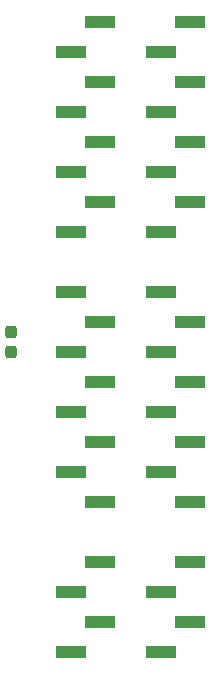
<source format=gbr>
G04 #@! TF.GenerationSoftware,KiCad,Pcbnew,9.0.6-9.0.6~ubuntu25.10.1*
G04 #@! TF.CreationDate,2025-12-24T16:01:02+09:00*
G04 #@! TF.ProjectId,bionic-mc68008,62696f6e-6963-42d6-9d63-36383030382e,2*
G04 #@! TF.SameCoordinates,Original*
G04 #@! TF.FileFunction,Paste,Bot*
G04 #@! TF.FilePolarity,Positive*
%FSLAX46Y46*%
G04 Gerber Fmt 4.6, Leading zero omitted, Abs format (unit mm)*
G04 Created by KiCad (PCBNEW 9.0.6-9.0.6~ubuntu25.10.1) date 2025-12-24 16:01:02*
%MOMM*%
%LPD*%
G01*
G04 APERTURE LIST*
G04 Aperture macros list*
%AMRoundRect*
0 Rectangle with rounded corners*
0 $1 Rounding radius*
0 $2 $3 $4 $5 $6 $7 $8 $9 X,Y pos of 4 corners*
0 Add a 4 corners polygon primitive as box body*
4,1,4,$2,$3,$4,$5,$6,$7,$8,$9,$2,$3,0*
0 Add four circle primitives for the rounded corners*
1,1,$1+$1,$2,$3*
1,1,$1+$1,$4,$5*
1,1,$1+$1,$6,$7*
1,1,$1+$1,$8,$9*
0 Add four rect primitives between the rounded corners*
20,1,$1+$1,$2,$3,$4,$5,0*
20,1,$1+$1,$4,$5,$6,$7,0*
20,1,$1+$1,$6,$7,$8,$9,0*
20,1,$1+$1,$8,$9,$2,$3,0*%
G04 Aperture macros list end*
%ADD10RoundRect,0.237500X0.237500X-0.300000X0.237500X0.300000X-0.237500X0.300000X-0.237500X-0.300000X0*%
%ADD11R,2.510000X1.000000*%
G04 APERTURE END LIST*
D10*
X103540000Y-105560000D03*
X103540000Y-103835000D03*
D11*
X111130000Y-77620000D03*
X108640800Y-80160000D03*
X111130000Y-82700000D03*
X108640800Y-85240000D03*
X111130000Y-87780000D03*
X108640800Y-90320000D03*
X111130000Y-92860000D03*
X108640800Y-95400000D03*
X108640800Y-100480000D03*
X111130000Y-103020000D03*
X108640800Y-105560000D03*
X111130000Y-108100000D03*
X108640800Y-110640000D03*
X111130000Y-113180000D03*
X108640800Y-115720000D03*
X111130000Y-118260000D03*
X111130000Y-123340000D03*
X108640800Y-125880000D03*
X111130000Y-128420000D03*
X108640800Y-130960000D03*
X116244600Y-130960000D03*
X118733800Y-128420000D03*
X116244600Y-125880000D03*
X118733800Y-123340000D03*
X118733800Y-118260000D03*
X116244600Y-115720000D03*
X118733800Y-113180000D03*
X116244600Y-110640000D03*
X118733800Y-108100000D03*
X116244600Y-105560000D03*
X118733800Y-103020000D03*
X116244600Y-100480000D03*
X116244600Y-95400000D03*
X118733800Y-92860000D03*
X116244600Y-90320000D03*
X118733800Y-87780000D03*
X116244600Y-85240000D03*
X118733800Y-82700000D03*
X116244600Y-80160000D03*
X118733800Y-77620000D03*
M02*

</source>
